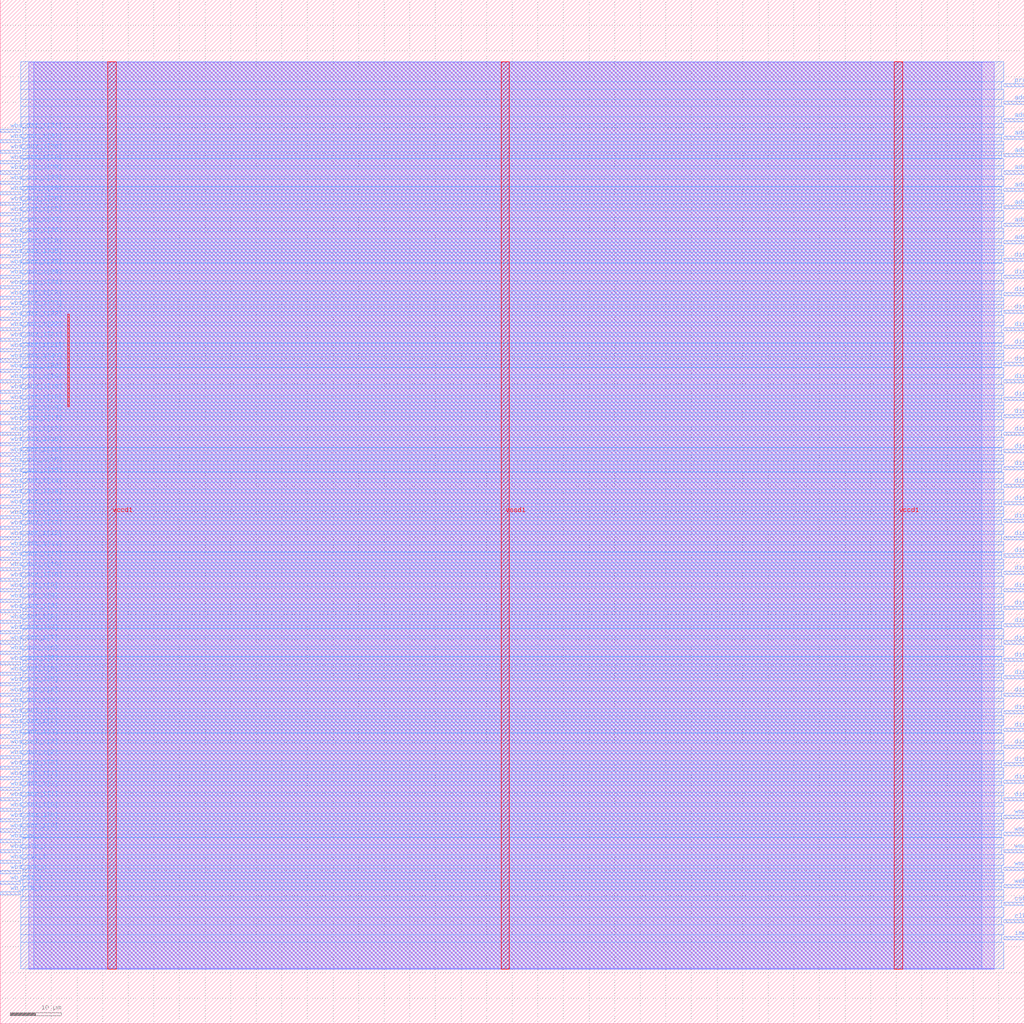
<source format=lef>
VERSION 5.7 ;
  NOWIREEXTENSIONATPIN ON ;
  DIVIDERCHAR "/" ;
  BUSBITCHARS "[]" ;
MACRO wb_interface
  CLASS BLOCK ;
  FOREIGN wb_interface ;
  ORIGIN 0.000 0.000 ;
  SIZE 200.000 BY 200.000 ;
  PIN addr0[0]
    DIRECTION OUTPUT TRISTATE ;
    USE SIGNAL ;
    PORT
      LAYER met3 ;
        RECT 196.000 152.360 200.000 152.960 ;
    END
  END addr0[0]
  PIN addr0[1]
    DIRECTION OUTPUT TRISTATE ;
    USE SIGNAL ;
    PORT
      LAYER met3 ;
        RECT 196.000 155.760 200.000 156.360 ;
    END
  END addr0[1]
  PIN addr0[2]
    DIRECTION OUTPUT TRISTATE ;
    USE SIGNAL ;
    PORT
      LAYER met3 ;
        RECT 196.000 159.160 200.000 159.760 ;
    END
  END addr0[2]
  PIN addr0[3]
    DIRECTION OUTPUT TRISTATE ;
    USE SIGNAL ;
    PORT
      LAYER met3 ;
        RECT 196.000 162.560 200.000 163.160 ;
    END
  END addr0[3]
  PIN addr0[4]
    DIRECTION OUTPUT TRISTATE ;
    USE SIGNAL ;
    PORT
      LAYER met3 ;
        RECT 196.000 165.960 200.000 166.560 ;
    END
  END addr0[4]
  PIN addr0[5]
    DIRECTION OUTPUT TRISTATE ;
    USE SIGNAL ;
    PORT
      LAYER met3 ;
        RECT 196.000 169.360 200.000 169.960 ;
    END
  END addr0[5]
  PIN addr0[6]
    DIRECTION OUTPUT TRISTATE ;
    USE SIGNAL ;
    PORT
      LAYER met3 ;
        RECT 196.000 172.760 200.000 173.360 ;
    END
  END addr0[6]
  PIN addr0[7]
    DIRECTION OUTPUT TRISTATE ;
    USE SIGNAL ;
    PORT
      LAYER met3 ;
        RECT 196.000 176.160 200.000 176.760 ;
    END
  END addr0[7]
  PIN addr0[8]
    DIRECTION OUTPUT TRISTATE ;
    USE SIGNAL ;
    PORT
      LAYER met3 ;
        RECT 196.000 179.560 200.000 180.160 ;
    END
  END addr0[8]
  PIN clk0
    DIRECTION OUTPUT TRISTATE ;
    USE SIGNAL ;
    PORT
      LAYER met3 ;
        RECT 196.000 19.760 200.000 20.360 ;
    END
  END clk0
  PIN csb0
    DIRECTION OUTPUT TRISTATE ;
    USE SIGNAL ;
    PORT
      LAYER met3 ;
        RECT 196.000 23.160 200.000 23.760 ;
    END
  END csb0
  PIN din0[0]
    DIRECTION OUTPUT TRISTATE ;
    USE SIGNAL ;
    PORT
      LAYER met3 ;
        RECT 196.000 43.560 200.000 44.160 ;
    END
  END din0[0]
  PIN din0[10]
    DIRECTION OUTPUT TRISTATE ;
    USE SIGNAL ;
    PORT
      LAYER met3 ;
        RECT 196.000 77.560 200.000 78.160 ;
    END
  END din0[10]
  PIN din0[11]
    DIRECTION OUTPUT TRISTATE ;
    USE SIGNAL ;
    PORT
      LAYER met3 ;
        RECT 196.000 80.960 200.000 81.560 ;
    END
  END din0[11]
  PIN din0[12]
    DIRECTION OUTPUT TRISTATE ;
    USE SIGNAL ;
    PORT
      LAYER met3 ;
        RECT 196.000 84.360 200.000 84.960 ;
    END
  END din0[12]
  PIN din0[13]
    DIRECTION OUTPUT TRISTATE ;
    USE SIGNAL ;
    PORT
      LAYER met3 ;
        RECT 196.000 87.760 200.000 88.360 ;
    END
  END din0[13]
  PIN din0[14]
    DIRECTION OUTPUT TRISTATE ;
    USE SIGNAL ;
    PORT
      LAYER met3 ;
        RECT 196.000 91.160 200.000 91.760 ;
    END
  END din0[14]
  PIN din0[15]
    DIRECTION OUTPUT TRISTATE ;
    USE SIGNAL ;
    PORT
      LAYER met3 ;
        RECT 196.000 94.560 200.000 95.160 ;
    END
  END din0[15]
  PIN din0[16]
    DIRECTION OUTPUT TRISTATE ;
    USE SIGNAL ;
    PORT
      LAYER met3 ;
        RECT 196.000 97.960 200.000 98.560 ;
    END
  END din0[16]
  PIN din0[17]
    DIRECTION OUTPUT TRISTATE ;
    USE SIGNAL ;
    PORT
      LAYER met3 ;
        RECT 196.000 101.360 200.000 101.960 ;
    END
  END din0[17]
  PIN din0[18]
    DIRECTION OUTPUT TRISTATE ;
    USE SIGNAL ;
    PORT
      LAYER met3 ;
        RECT 196.000 104.760 200.000 105.360 ;
    END
  END din0[18]
  PIN din0[19]
    DIRECTION OUTPUT TRISTATE ;
    USE SIGNAL ;
    PORT
      LAYER met3 ;
        RECT 196.000 108.160 200.000 108.760 ;
    END
  END din0[19]
  PIN din0[1]
    DIRECTION OUTPUT TRISTATE ;
    USE SIGNAL ;
    PORT
      LAYER met3 ;
        RECT 196.000 46.960 200.000 47.560 ;
    END
  END din0[1]
  PIN din0[20]
    DIRECTION OUTPUT TRISTATE ;
    USE SIGNAL ;
    PORT
      LAYER met3 ;
        RECT 196.000 111.560 200.000 112.160 ;
    END
  END din0[20]
  PIN din0[21]
    DIRECTION OUTPUT TRISTATE ;
    USE SIGNAL ;
    PORT
      LAYER met3 ;
        RECT 196.000 114.960 200.000 115.560 ;
    END
  END din0[21]
  PIN din0[22]
    DIRECTION OUTPUT TRISTATE ;
    USE SIGNAL ;
    PORT
      LAYER met3 ;
        RECT 196.000 118.360 200.000 118.960 ;
    END
  END din0[22]
  PIN din0[23]
    DIRECTION OUTPUT TRISTATE ;
    USE SIGNAL ;
    PORT
      LAYER met3 ;
        RECT 196.000 121.760 200.000 122.360 ;
    END
  END din0[23]
  PIN din0[24]
    DIRECTION OUTPUT TRISTATE ;
    USE SIGNAL ;
    PORT
      LAYER met3 ;
        RECT 196.000 125.160 200.000 125.760 ;
    END
  END din0[24]
  PIN din0[25]
    DIRECTION OUTPUT TRISTATE ;
    USE SIGNAL ;
    PORT
      LAYER met3 ;
        RECT 196.000 128.560 200.000 129.160 ;
    END
  END din0[25]
  PIN din0[26]
    DIRECTION OUTPUT TRISTATE ;
    USE SIGNAL ;
    PORT
      LAYER met3 ;
        RECT 196.000 131.960 200.000 132.560 ;
    END
  END din0[26]
  PIN din0[27]
    DIRECTION OUTPUT TRISTATE ;
    USE SIGNAL ;
    PORT
      LAYER met3 ;
        RECT 196.000 135.360 200.000 135.960 ;
    END
  END din0[27]
  PIN din0[28]
    DIRECTION OUTPUT TRISTATE ;
    USE SIGNAL ;
    PORT
      LAYER met3 ;
        RECT 196.000 138.760 200.000 139.360 ;
    END
  END din0[28]
  PIN din0[29]
    DIRECTION OUTPUT TRISTATE ;
    USE SIGNAL ;
    PORT
      LAYER met3 ;
        RECT 196.000 142.160 200.000 142.760 ;
    END
  END din0[29]
  PIN din0[2]
    DIRECTION OUTPUT TRISTATE ;
    USE SIGNAL ;
    PORT
      LAYER met3 ;
        RECT 196.000 50.360 200.000 50.960 ;
    END
  END din0[2]
  PIN din0[30]
    DIRECTION OUTPUT TRISTATE ;
    USE SIGNAL ;
    PORT
      LAYER met3 ;
        RECT 196.000 145.560 200.000 146.160 ;
    END
  END din0[30]
  PIN din0[31]
    DIRECTION OUTPUT TRISTATE ;
    USE SIGNAL ;
    PORT
      LAYER met3 ;
        RECT 196.000 148.960 200.000 149.560 ;
    END
  END din0[31]
  PIN din0[3]
    DIRECTION OUTPUT TRISTATE ;
    USE SIGNAL ;
    PORT
      LAYER met3 ;
        RECT 196.000 53.760 200.000 54.360 ;
    END
  END din0[3]
  PIN din0[4]
    DIRECTION OUTPUT TRISTATE ;
    USE SIGNAL ;
    PORT
      LAYER met3 ;
        RECT 196.000 57.160 200.000 57.760 ;
    END
  END din0[4]
  PIN din0[5]
    DIRECTION OUTPUT TRISTATE ;
    USE SIGNAL ;
    PORT
      LAYER met3 ;
        RECT 196.000 60.560 200.000 61.160 ;
    END
  END din0[5]
  PIN din0[6]
    DIRECTION OUTPUT TRISTATE ;
    USE SIGNAL ;
    PORT
      LAYER met3 ;
        RECT 196.000 63.960 200.000 64.560 ;
    END
  END din0[6]
  PIN din0[7]
    DIRECTION OUTPUT TRISTATE ;
    USE SIGNAL ;
    PORT
      LAYER met3 ;
        RECT 196.000 67.360 200.000 67.960 ;
    END
  END din0[7]
  PIN din0[8]
    DIRECTION OUTPUT TRISTATE ;
    USE SIGNAL ;
    PORT
      LAYER met3 ;
        RECT 196.000 70.760 200.000 71.360 ;
    END
  END din0[8]
  PIN din0[9]
    DIRECTION OUTPUT TRISTATE ;
    USE SIGNAL ;
    PORT
      LAYER met3 ;
        RECT 196.000 74.160 200.000 74.760 ;
    END
  END din0[9]
  PIN imem_rd_cs1
    DIRECTION OUTPUT TRISTATE ;
    USE SIGNAL ;
    PORT
      LAYER met3 ;
        RECT 196.000 16.360 200.000 16.960 ;
    END
  END imem_rd_cs1
  PIN processor_reset
    DIRECTION OUTPUT TRISTATE ;
    USE SIGNAL ;
    PORT
      LAYER met3 ;
        RECT 196.000 182.960 200.000 183.560 ;
    END
  END processor_reset
  PIN vccd1
    DIRECTION INOUT ;
    USE POWER ;
    PORT
      LAYER met4 ;
        RECT 21.040 10.640 22.640 187.920 ;
    END
    PORT
      LAYER met4 ;
        RECT 174.640 10.640 176.240 187.920 ;
    END
  END vccd1
  PIN vssd1
    DIRECTION INOUT ;
    USE GROUND ;
    PORT
      LAYER met4 ;
        RECT 97.840 10.640 99.440 187.920 ;
    END
  END vssd1
  PIN wb_clk_i
    DIRECTION INPUT ;
    USE SIGNAL ;
    PORT
      LAYER met3 ;
        RECT 0.000 25.200 4.000 25.800 ;
    END
  END wb_clk_i
  PIN wb_rst_i
    DIRECTION INPUT ;
    USE SIGNAL ;
    PORT
      LAYER met3 ;
        RECT 0.000 27.240 4.000 27.840 ;
    END
  END wb_rst_i
  PIN wbs_ack_o
    DIRECTION OUTPUT TRISTATE ;
    USE SIGNAL ;
    PORT
      LAYER met3 ;
        RECT 0.000 29.280 4.000 29.880 ;
    END
  END wbs_ack_o
  PIN wbs_adr_i[0]
    DIRECTION INPUT ;
    USE SIGNAL ;
    PORT
      LAYER met3 ;
        RECT 0.000 37.440 4.000 38.040 ;
    END
  END wbs_adr_i[0]
  PIN wbs_adr_i[10]
    DIRECTION INPUT ;
    USE SIGNAL ;
    PORT
      LAYER met3 ;
        RECT 0.000 86.400 4.000 87.000 ;
    END
  END wbs_adr_i[10]
  PIN wbs_adr_i[11]
    DIRECTION INPUT ;
    USE SIGNAL ;
    PORT
      LAYER met3 ;
        RECT 0.000 90.480 4.000 91.080 ;
    END
  END wbs_adr_i[11]
  PIN wbs_adr_i[12]
    DIRECTION INPUT ;
    USE SIGNAL ;
    PORT
      LAYER met3 ;
        RECT 0.000 94.560 4.000 95.160 ;
    END
  END wbs_adr_i[12]
  PIN wbs_adr_i[13]
    DIRECTION INPUT ;
    USE SIGNAL ;
    PORT
      LAYER met3 ;
        RECT 0.000 98.640 4.000 99.240 ;
    END
  END wbs_adr_i[13]
  PIN wbs_adr_i[14]
    DIRECTION INPUT ;
    USE SIGNAL ;
    PORT
      LAYER met3 ;
        RECT 0.000 102.720 4.000 103.320 ;
    END
  END wbs_adr_i[14]
  PIN wbs_adr_i[15]
    DIRECTION INPUT ;
    USE SIGNAL ;
    PORT
      LAYER met3 ;
        RECT 0.000 106.800 4.000 107.400 ;
    END
  END wbs_adr_i[15]
  PIN wbs_adr_i[16]
    DIRECTION INPUT ;
    USE SIGNAL ;
    PORT
      LAYER met3 ;
        RECT 0.000 110.880 4.000 111.480 ;
    END
  END wbs_adr_i[16]
  PIN wbs_adr_i[17]
    DIRECTION INPUT ;
    USE SIGNAL ;
    PORT
      LAYER met3 ;
        RECT 0.000 114.960 4.000 115.560 ;
    END
  END wbs_adr_i[17]
  PIN wbs_adr_i[18]
    DIRECTION INPUT ;
    USE SIGNAL ;
    PORT
      LAYER met3 ;
        RECT 0.000 119.040 4.000 119.640 ;
    END
  END wbs_adr_i[18]
  PIN wbs_adr_i[19]
    DIRECTION INPUT ;
    USE SIGNAL ;
    PORT
      LAYER met3 ;
        RECT 0.000 123.120 4.000 123.720 ;
    END
  END wbs_adr_i[19]
  PIN wbs_adr_i[1]
    DIRECTION INPUT ;
    USE SIGNAL ;
    PORT
      LAYER met3 ;
        RECT 0.000 43.560 4.000 44.160 ;
    END
  END wbs_adr_i[1]
  PIN wbs_adr_i[20]
    DIRECTION INPUT ;
    USE SIGNAL ;
    PORT
      LAYER met3 ;
        RECT 0.000 127.200 4.000 127.800 ;
    END
  END wbs_adr_i[20]
  PIN wbs_adr_i[21]
    DIRECTION INPUT ;
    USE SIGNAL ;
    PORT
      LAYER met3 ;
        RECT 0.000 131.280 4.000 131.880 ;
    END
  END wbs_adr_i[21]
  PIN wbs_adr_i[22]
    DIRECTION INPUT ;
    USE SIGNAL ;
    PORT
      LAYER met3 ;
        RECT 0.000 135.360 4.000 135.960 ;
    END
  END wbs_adr_i[22]
  PIN wbs_adr_i[23]
    DIRECTION INPUT ;
    USE SIGNAL ;
    PORT
      LAYER met3 ;
        RECT 0.000 139.440 4.000 140.040 ;
    END
  END wbs_adr_i[23]
  PIN wbs_adr_i[24]
    DIRECTION INPUT ;
    USE SIGNAL ;
    PORT
      LAYER met3 ;
        RECT 0.000 143.520 4.000 144.120 ;
    END
  END wbs_adr_i[24]
  PIN wbs_adr_i[25]
    DIRECTION INPUT ;
    USE SIGNAL ;
    PORT
      LAYER met3 ;
        RECT 0.000 147.600 4.000 148.200 ;
    END
  END wbs_adr_i[25]
  PIN wbs_adr_i[26]
    DIRECTION INPUT ;
    USE SIGNAL ;
    PORT
      LAYER met3 ;
        RECT 0.000 151.680 4.000 152.280 ;
    END
  END wbs_adr_i[26]
  PIN wbs_adr_i[27]
    DIRECTION INPUT ;
    USE SIGNAL ;
    PORT
      LAYER met3 ;
        RECT 0.000 155.760 4.000 156.360 ;
    END
  END wbs_adr_i[27]
  PIN wbs_adr_i[28]
    DIRECTION INPUT ;
    USE SIGNAL ;
    PORT
      LAYER met3 ;
        RECT 0.000 159.840 4.000 160.440 ;
    END
  END wbs_adr_i[28]
  PIN wbs_adr_i[29]
    DIRECTION INPUT ;
    USE SIGNAL ;
    PORT
      LAYER met3 ;
        RECT 0.000 163.920 4.000 164.520 ;
    END
  END wbs_adr_i[29]
  PIN wbs_adr_i[2]
    DIRECTION INPUT ;
    USE SIGNAL ;
    PORT
      LAYER met3 ;
        RECT 0.000 49.680 4.000 50.280 ;
    END
  END wbs_adr_i[2]
  PIN wbs_adr_i[30]
    DIRECTION INPUT ;
    USE SIGNAL ;
    PORT
      LAYER met3 ;
        RECT 0.000 168.000 4.000 168.600 ;
    END
  END wbs_adr_i[30]
  PIN wbs_adr_i[31]
    DIRECTION INPUT ;
    USE SIGNAL ;
    PORT
      LAYER met3 ;
        RECT 0.000 172.080 4.000 172.680 ;
    END
  END wbs_adr_i[31]
  PIN wbs_adr_i[3]
    DIRECTION INPUT ;
    USE SIGNAL ;
    PORT
      LAYER met3 ;
        RECT 0.000 55.800 4.000 56.400 ;
    END
  END wbs_adr_i[3]
  PIN wbs_adr_i[4]
    DIRECTION INPUT ;
    USE SIGNAL ;
    PORT
      LAYER met3 ;
        RECT 0.000 61.920 4.000 62.520 ;
    END
  END wbs_adr_i[4]
  PIN wbs_adr_i[5]
    DIRECTION INPUT ;
    USE SIGNAL ;
    PORT
      LAYER met3 ;
        RECT 0.000 66.000 4.000 66.600 ;
    END
  END wbs_adr_i[5]
  PIN wbs_adr_i[6]
    DIRECTION INPUT ;
    USE SIGNAL ;
    PORT
      LAYER met3 ;
        RECT 0.000 70.080 4.000 70.680 ;
    END
  END wbs_adr_i[6]
  PIN wbs_adr_i[7]
    DIRECTION INPUT ;
    USE SIGNAL ;
    PORT
      LAYER met3 ;
        RECT 0.000 74.160 4.000 74.760 ;
    END
  END wbs_adr_i[7]
  PIN wbs_adr_i[8]
    DIRECTION INPUT ;
    USE SIGNAL ;
    PORT
      LAYER met3 ;
        RECT 0.000 78.240 4.000 78.840 ;
    END
  END wbs_adr_i[8]
  PIN wbs_adr_i[9]
    DIRECTION INPUT ;
    USE SIGNAL ;
    PORT
      LAYER met3 ;
        RECT 0.000 82.320 4.000 82.920 ;
    END
  END wbs_adr_i[9]
  PIN wbs_cyc_i
    DIRECTION INPUT ;
    USE SIGNAL ;
    PORT
      LAYER met3 ;
        RECT 0.000 31.320 4.000 31.920 ;
    END
  END wbs_cyc_i
  PIN wbs_dat_i[0]
    DIRECTION INPUT ;
    USE SIGNAL ;
    PORT
      LAYER met3 ;
        RECT 0.000 39.480 4.000 40.080 ;
    END
  END wbs_dat_i[0]
  PIN wbs_dat_i[10]
    DIRECTION INPUT ;
    USE SIGNAL ;
    PORT
      LAYER met3 ;
        RECT 0.000 88.440 4.000 89.040 ;
    END
  END wbs_dat_i[10]
  PIN wbs_dat_i[11]
    DIRECTION INPUT ;
    USE SIGNAL ;
    PORT
      LAYER met3 ;
        RECT 0.000 92.520 4.000 93.120 ;
    END
  END wbs_dat_i[11]
  PIN wbs_dat_i[12]
    DIRECTION INPUT ;
    USE SIGNAL ;
    PORT
      LAYER met3 ;
        RECT 0.000 96.600 4.000 97.200 ;
    END
  END wbs_dat_i[12]
  PIN wbs_dat_i[13]
    DIRECTION INPUT ;
    USE SIGNAL ;
    PORT
      LAYER met3 ;
        RECT 0.000 100.680 4.000 101.280 ;
    END
  END wbs_dat_i[13]
  PIN wbs_dat_i[14]
    DIRECTION INPUT ;
    USE SIGNAL ;
    PORT
      LAYER met3 ;
        RECT 0.000 104.760 4.000 105.360 ;
    END
  END wbs_dat_i[14]
  PIN wbs_dat_i[15]
    DIRECTION INPUT ;
    USE SIGNAL ;
    PORT
      LAYER met3 ;
        RECT 0.000 108.840 4.000 109.440 ;
    END
  END wbs_dat_i[15]
  PIN wbs_dat_i[16]
    DIRECTION INPUT ;
    USE SIGNAL ;
    PORT
      LAYER met3 ;
        RECT 0.000 112.920 4.000 113.520 ;
    END
  END wbs_dat_i[16]
  PIN wbs_dat_i[17]
    DIRECTION INPUT ;
    USE SIGNAL ;
    PORT
      LAYER met3 ;
        RECT 0.000 117.000 4.000 117.600 ;
    END
  END wbs_dat_i[17]
  PIN wbs_dat_i[18]
    DIRECTION INPUT ;
    USE SIGNAL ;
    PORT
      LAYER met3 ;
        RECT 0.000 121.080 4.000 121.680 ;
    END
  END wbs_dat_i[18]
  PIN wbs_dat_i[19]
    DIRECTION INPUT ;
    USE SIGNAL ;
    PORT
      LAYER met3 ;
        RECT 0.000 125.160 4.000 125.760 ;
    END
  END wbs_dat_i[19]
  PIN wbs_dat_i[1]
    DIRECTION INPUT ;
    USE SIGNAL ;
    PORT
      LAYER met3 ;
        RECT 0.000 45.600 4.000 46.200 ;
    END
  END wbs_dat_i[1]
  PIN wbs_dat_i[20]
    DIRECTION INPUT ;
    USE SIGNAL ;
    PORT
      LAYER met3 ;
        RECT 0.000 129.240 4.000 129.840 ;
    END
  END wbs_dat_i[20]
  PIN wbs_dat_i[21]
    DIRECTION INPUT ;
    USE SIGNAL ;
    PORT
      LAYER met3 ;
        RECT 0.000 133.320 4.000 133.920 ;
    END
  END wbs_dat_i[21]
  PIN wbs_dat_i[22]
    DIRECTION INPUT ;
    USE SIGNAL ;
    PORT
      LAYER met3 ;
        RECT 0.000 137.400 4.000 138.000 ;
    END
  END wbs_dat_i[22]
  PIN wbs_dat_i[23]
    DIRECTION INPUT ;
    USE SIGNAL ;
    PORT
      LAYER met3 ;
        RECT 0.000 141.480 4.000 142.080 ;
    END
  END wbs_dat_i[23]
  PIN wbs_dat_i[24]
    DIRECTION INPUT ;
    USE SIGNAL ;
    PORT
      LAYER met3 ;
        RECT 0.000 145.560 4.000 146.160 ;
    END
  END wbs_dat_i[24]
  PIN wbs_dat_i[25]
    DIRECTION INPUT ;
    USE SIGNAL ;
    PORT
      LAYER met3 ;
        RECT 0.000 149.640 4.000 150.240 ;
    END
  END wbs_dat_i[25]
  PIN wbs_dat_i[26]
    DIRECTION INPUT ;
    USE SIGNAL ;
    PORT
      LAYER met3 ;
        RECT 0.000 153.720 4.000 154.320 ;
    END
  END wbs_dat_i[26]
  PIN wbs_dat_i[27]
    DIRECTION INPUT ;
    USE SIGNAL ;
    PORT
      LAYER met3 ;
        RECT 0.000 157.800 4.000 158.400 ;
    END
  END wbs_dat_i[27]
  PIN wbs_dat_i[28]
    DIRECTION INPUT ;
    USE SIGNAL ;
    PORT
      LAYER met3 ;
        RECT 0.000 161.880 4.000 162.480 ;
    END
  END wbs_dat_i[28]
  PIN wbs_dat_i[29]
    DIRECTION INPUT ;
    USE SIGNAL ;
    PORT
      LAYER met3 ;
        RECT 0.000 165.960 4.000 166.560 ;
    END
  END wbs_dat_i[29]
  PIN wbs_dat_i[2]
    DIRECTION INPUT ;
    USE SIGNAL ;
    PORT
      LAYER met3 ;
        RECT 0.000 51.720 4.000 52.320 ;
    END
  END wbs_dat_i[2]
  PIN wbs_dat_i[30]
    DIRECTION INPUT ;
    USE SIGNAL ;
    PORT
      LAYER met3 ;
        RECT 0.000 170.040 4.000 170.640 ;
    END
  END wbs_dat_i[30]
  PIN wbs_dat_i[31]
    DIRECTION INPUT ;
    USE SIGNAL ;
    PORT
      LAYER met3 ;
        RECT 0.000 174.120 4.000 174.720 ;
    END
  END wbs_dat_i[31]
  PIN wbs_dat_i[3]
    DIRECTION INPUT ;
    USE SIGNAL ;
    PORT
      LAYER met3 ;
        RECT 0.000 57.840 4.000 58.440 ;
    END
  END wbs_dat_i[3]
  PIN wbs_dat_i[4]
    DIRECTION INPUT ;
    USE SIGNAL ;
    PORT
      LAYER met3 ;
        RECT 0.000 63.960 4.000 64.560 ;
    END
  END wbs_dat_i[4]
  PIN wbs_dat_i[5]
    DIRECTION INPUT ;
    USE SIGNAL ;
    PORT
      LAYER met3 ;
        RECT 0.000 68.040 4.000 68.640 ;
    END
  END wbs_dat_i[5]
  PIN wbs_dat_i[6]
    DIRECTION INPUT ;
    USE SIGNAL ;
    PORT
      LAYER met3 ;
        RECT 0.000 72.120 4.000 72.720 ;
    END
  END wbs_dat_i[6]
  PIN wbs_dat_i[7]
    DIRECTION INPUT ;
    USE SIGNAL ;
    PORT
      LAYER met3 ;
        RECT 0.000 76.200 4.000 76.800 ;
    END
  END wbs_dat_i[7]
  PIN wbs_dat_i[8]
    DIRECTION INPUT ;
    USE SIGNAL ;
    PORT
      LAYER met3 ;
        RECT 0.000 80.280 4.000 80.880 ;
    END
  END wbs_dat_i[8]
  PIN wbs_dat_i[9]
    DIRECTION INPUT ;
    USE SIGNAL ;
    PORT
      LAYER met3 ;
        RECT 0.000 84.360 4.000 84.960 ;
    END
  END wbs_dat_i[9]
  PIN wbs_sel_i[0]
    DIRECTION INPUT ;
    USE SIGNAL ;
    PORT
      LAYER met3 ;
        RECT 0.000 41.520 4.000 42.120 ;
    END
  END wbs_sel_i[0]
  PIN wbs_sel_i[1]
    DIRECTION INPUT ;
    USE SIGNAL ;
    PORT
      LAYER met3 ;
        RECT 0.000 47.640 4.000 48.240 ;
    END
  END wbs_sel_i[1]
  PIN wbs_sel_i[2]
    DIRECTION INPUT ;
    USE SIGNAL ;
    PORT
      LAYER met3 ;
        RECT 0.000 53.760 4.000 54.360 ;
    END
  END wbs_sel_i[2]
  PIN wbs_sel_i[3]
    DIRECTION INPUT ;
    USE SIGNAL ;
    PORT
      LAYER met3 ;
        RECT 0.000 59.880 4.000 60.480 ;
    END
  END wbs_sel_i[3]
  PIN wbs_stb_i
    DIRECTION INPUT ;
    USE SIGNAL ;
    PORT
      LAYER met3 ;
        RECT 0.000 33.360 4.000 33.960 ;
    END
  END wbs_stb_i
  PIN wbs_we_i
    DIRECTION INPUT ;
    USE SIGNAL ;
    PORT
      LAYER met3 ;
        RECT 0.000 35.400 4.000 36.000 ;
    END
  END wbs_we_i
  PIN web0
    DIRECTION OUTPUT TRISTATE ;
    USE SIGNAL ;
    PORT
      LAYER met3 ;
        RECT 196.000 26.560 200.000 27.160 ;
    END
  END web0
  PIN wmask0[0]
    DIRECTION OUTPUT TRISTATE ;
    USE SIGNAL ;
    PORT
      LAYER met3 ;
        RECT 196.000 29.960 200.000 30.560 ;
    END
  END wmask0[0]
  PIN wmask0[1]
    DIRECTION OUTPUT TRISTATE ;
    USE SIGNAL ;
    PORT
      LAYER met3 ;
        RECT 196.000 33.360 200.000 33.960 ;
    END
  END wmask0[1]
  PIN wmask0[2]
    DIRECTION OUTPUT TRISTATE ;
    USE SIGNAL ;
    PORT
      LAYER met3 ;
        RECT 196.000 36.760 200.000 37.360 ;
    END
  END wmask0[2]
  PIN wmask0[3]
    DIRECTION OUTPUT TRISTATE ;
    USE SIGNAL ;
    PORT
      LAYER met3 ;
        RECT 196.000 40.160 200.000 40.760 ;
    END
  END wmask0[3]
  OBS
      LAYER li1 ;
        RECT 5.520 10.795 194.120 187.765 ;
      LAYER met1 ;
        RECT 5.520 10.640 194.120 187.920 ;
      LAYER met2 ;
        RECT 6.530 10.695 191.720 187.865 ;
      LAYER met3 ;
        RECT 4.000 183.960 196.000 187.845 ;
        RECT 4.000 182.560 195.600 183.960 ;
        RECT 4.000 180.560 196.000 182.560 ;
        RECT 4.000 179.160 195.600 180.560 ;
        RECT 4.000 177.160 196.000 179.160 ;
        RECT 4.000 175.760 195.600 177.160 ;
        RECT 4.000 175.120 196.000 175.760 ;
        RECT 4.400 173.760 196.000 175.120 ;
        RECT 4.400 173.720 195.600 173.760 ;
        RECT 4.000 173.080 195.600 173.720 ;
        RECT 4.400 172.360 195.600 173.080 ;
        RECT 4.400 171.680 196.000 172.360 ;
        RECT 4.000 171.040 196.000 171.680 ;
        RECT 4.400 170.360 196.000 171.040 ;
        RECT 4.400 169.640 195.600 170.360 ;
        RECT 4.000 169.000 195.600 169.640 ;
        RECT 4.400 168.960 195.600 169.000 ;
        RECT 4.400 167.600 196.000 168.960 ;
        RECT 4.000 166.960 196.000 167.600 ;
        RECT 4.400 165.560 195.600 166.960 ;
        RECT 4.000 164.920 196.000 165.560 ;
        RECT 4.400 163.560 196.000 164.920 ;
        RECT 4.400 163.520 195.600 163.560 ;
        RECT 4.000 162.880 195.600 163.520 ;
        RECT 4.400 162.160 195.600 162.880 ;
        RECT 4.400 161.480 196.000 162.160 ;
        RECT 4.000 160.840 196.000 161.480 ;
        RECT 4.400 160.160 196.000 160.840 ;
        RECT 4.400 159.440 195.600 160.160 ;
        RECT 4.000 158.800 195.600 159.440 ;
        RECT 4.400 158.760 195.600 158.800 ;
        RECT 4.400 157.400 196.000 158.760 ;
        RECT 4.000 156.760 196.000 157.400 ;
        RECT 4.400 155.360 195.600 156.760 ;
        RECT 4.000 154.720 196.000 155.360 ;
        RECT 4.400 153.360 196.000 154.720 ;
        RECT 4.400 153.320 195.600 153.360 ;
        RECT 4.000 152.680 195.600 153.320 ;
        RECT 4.400 151.960 195.600 152.680 ;
        RECT 4.400 151.280 196.000 151.960 ;
        RECT 4.000 150.640 196.000 151.280 ;
        RECT 4.400 149.960 196.000 150.640 ;
        RECT 4.400 149.240 195.600 149.960 ;
        RECT 4.000 148.600 195.600 149.240 ;
        RECT 4.400 148.560 195.600 148.600 ;
        RECT 4.400 147.200 196.000 148.560 ;
        RECT 4.000 146.560 196.000 147.200 ;
        RECT 4.400 145.160 195.600 146.560 ;
        RECT 4.000 144.520 196.000 145.160 ;
        RECT 4.400 143.160 196.000 144.520 ;
        RECT 4.400 143.120 195.600 143.160 ;
        RECT 4.000 142.480 195.600 143.120 ;
        RECT 4.400 141.760 195.600 142.480 ;
        RECT 4.400 141.080 196.000 141.760 ;
        RECT 4.000 140.440 196.000 141.080 ;
        RECT 4.400 139.760 196.000 140.440 ;
        RECT 4.400 139.040 195.600 139.760 ;
        RECT 4.000 138.400 195.600 139.040 ;
        RECT 4.400 138.360 195.600 138.400 ;
        RECT 4.400 137.000 196.000 138.360 ;
        RECT 4.000 136.360 196.000 137.000 ;
        RECT 4.400 134.960 195.600 136.360 ;
        RECT 4.000 134.320 196.000 134.960 ;
        RECT 4.400 132.960 196.000 134.320 ;
        RECT 4.400 132.920 195.600 132.960 ;
        RECT 4.000 132.280 195.600 132.920 ;
        RECT 4.400 131.560 195.600 132.280 ;
        RECT 4.400 130.880 196.000 131.560 ;
        RECT 4.000 130.240 196.000 130.880 ;
        RECT 4.400 129.560 196.000 130.240 ;
        RECT 4.400 128.840 195.600 129.560 ;
        RECT 4.000 128.200 195.600 128.840 ;
        RECT 4.400 128.160 195.600 128.200 ;
        RECT 4.400 126.800 196.000 128.160 ;
        RECT 4.000 126.160 196.000 126.800 ;
        RECT 4.400 124.760 195.600 126.160 ;
        RECT 4.000 124.120 196.000 124.760 ;
        RECT 4.400 122.760 196.000 124.120 ;
        RECT 4.400 122.720 195.600 122.760 ;
        RECT 4.000 122.080 195.600 122.720 ;
        RECT 4.400 121.360 195.600 122.080 ;
        RECT 4.400 120.680 196.000 121.360 ;
        RECT 4.000 120.040 196.000 120.680 ;
        RECT 4.400 119.360 196.000 120.040 ;
        RECT 4.400 118.640 195.600 119.360 ;
        RECT 4.000 118.000 195.600 118.640 ;
        RECT 4.400 117.960 195.600 118.000 ;
        RECT 4.400 116.600 196.000 117.960 ;
        RECT 4.000 115.960 196.000 116.600 ;
        RECT 4.400 114.560 195.600 115.960 ;
        RECT 4.000 113.920 196.000 114.560 ;
        RECT 4.400 112.560 196.000 113.920 ;
        RECT 4.400 112.520 195.600 112.560 ;
        RECT 4.000 111.880 195.600 112.520 ;
        RECT 4.400 111.160 195.600 111.880 ;
        RECT 4.400 110.480 196.000 111.160 ;
        RECT 4.000 109.840 196.000 110.480 ;
        RECT 4.400 109.160 196.000 109.840 ;
        RECT 4.400 108.440 195.600 109.160 ;
        RECT 4.000 107.800 195.600 108.440 ;
        RECT 4.400 107.760 195.600 107.800 ;
        RECT 4.400 106.400 196.000 107.760 ;
        RECT 4.000 105.760 196.000 106.400 ;
        RECT 4.400 104.360 195.600 105.760 ;
        RECT 4.000 103.720 196.000 104.360 ;
        RECT 4.400 102.360 196.000 103.720 ;
        RECT 4.400 102.320 195.600 102.360 ;
        RECT 4.000 101.680 195.600 102.320 ;
        RECT 4.400 100.960 195.600 101.680 ;
        RECT 4.400 100.280 196.000 100.960 ;
        RECT 4.000 99.640 196.000 100.280 ;
        RECT 4.400 98.960 196.000 99.640 ;
        RECT 4.400 98.240 195.600 98.960 ;
        RECT 4.000 97.600 195.600 98.240 ;
        RECT 4.400 97.560 195.600 97.600 ;
        RECT 4.400 96.200 196.000 97.560 ;
        RECT 4.000 95.560 196.000 96.200 ;
        RECT 4.400 94.160 195.600 95.560 ;
        RECT 4.000 93.520 196.000 94.160 ;
        RECT 4.400 92.160 196.000 93.520 ;
        RECT 4.400 92.120 195.600 92.160 ;
        RECT 4.000 91.480 195.600 92.120 ;
        RECT 4.400 90.760 195.600 91.480 ;
        RECT 4.400 90.080 196.000 90.760 ;
        RECT 4.000 89.440 196.000 90.080 ;
        RECT 4.400 88.760 196.000 89.440 ;
        RECT 4.400 88.040 195.600 88.760 ;
        RECT 4.000 87.400 195.600 88.040 ;
        RECT 4.400 87.360 195.600 87.400 ;
        RECT 4.400 86.000 196.000 87.360 ;
        RECT 4.000 85.360 196.000 86.000 ;
        RECT 4.400 83.960 195.600 85.360 ;
        RECT 4.000 83.320 196.000 83.960 ;
        RECT 4.400 81.960 196.000 83.320 ;
        RECT 4.400 81.920 195.600 81.960 ;
        RECT 4.000 81.280 195.600 81.920 ;
        RECT 4.400 80.560 195.600 81.280 ;
        RECT 4.400 79.880 196.000 80.560 ;
        RECT 4.000 79.240 196.000 79.880 ;
        RECT 4.400 78.560 196.000 79.240 ;
        RECT 4.400 77.840 195.600 78.560 ;
        RECT 4.000 77.200 195.600 77.840 ;
        RECT 4.400 77.160 195.600 77.200 ;
        RECT 4.400 75.800 196.000 77.160 ;
        RECT 4.000 75.160 196.000 75.800 ;
        RECT 4.400 73.760 195.600 75.160 ;
        RECT 4.000 73.120 196.000 73.760 ;
        RECT 4.400 71.760 196.000 73.120 ;
        RECT 4.400 71.720 195.600 71.760 ;
        RECT 4.000 71.080 195.600 71.720 ;
        RECT 4.400 70.360 195.600 71.080 ;
        RECT 4.400 69.680 196.000 70.360 ;
        RECT 4.000 69.040 196.000 69.680 ;
        RECT 4.400 68.360 196.000 69.040 ;
        RECT 4.400 67.640 195.600 68.360 ;
        RECT 4.000 67.000 195.600 67.640 ;
        RECT 4.400 66.960 195.600 67.000 ;
        RECT 4.400 65.600 196.000 66.960 ;
        RECT 4.000 64.960 196.000 65.600 ;
        RECT 4.400 63.560 195.600 64.960 ;
        RECT 4.000 62.920 196.000 63.560 ;
        RECT 4.400 61.560 196.000 62.920 ;
        RECT 4.400 61.520 195.600 61.560 ;
        RECT 4.000 60.880 195.600 61.520 ;
        RECT 4.400 60.160 195.600 60.880 ;
        RECT 4.400 59.480 196.000 60.160 ;
        RECT 4.000 58.840 196.000 59.480 ;
        RECT 4.400 58.160 196.000 58.840 ;
        RECT 4.400 57.440 195.600 58.160 ;
        RECT 4.000 56.800 195.600 57.440 ;
        RECT 4.400 56.760 195.600 56.800 ;
        RECT 4.400 55.400 196.000 56.760 ;
        RECT 4.000 54.760 196.000 55.400 ;
        RECT 4.400 53.360 195.600 54.760 ;
        RECT 4.000 52.720 196.000 53.360 ;
        RECT 4.400 51.360 196.000 52.720 ;
        RECT 4.400 51.320 195.600 51.360 ;
        RECT 4.000 50.680 195.600 51.320 ;
        RECT 4.400 49.960 195.600 50.680 ;
        RECT 4.400 49.280 196.000 49.960 ;
        RECT 4.000 48.640 196.000 49.280 ;
        RECT 4.400 47.960 196.000 48.640 ;
        RECT 4.400 47.240 195.600 47.960 ;
        RECT 4.000 46.600 195.600 47.240 ;
        RECT 4.400 46.560 195.600 46.600 ;
        RECT 4.400 45.200 196.000 46.560 ;
        RECT 4.000 44.560 196.000 45.200 ;
        RECT 4.400 43.160 195.600 44.560 ;
        RECT 4.000 42.520 196.000 43.160 ;
        RECT 4.400 41.160 196.000 42.520 ;
        RECT 4.400 41.120 195.600 41.160 ;
        RECT 4.000 40.480 195.600 41.120 ;
        RECT 4.400 39.760 195.600 40.480 ;
        RECT 4.400 39.080 196.000 39.760 ;
        RECT 4.000 38.440 196.000 39.080 ;
        RECT 4.400 37.760 196.000 38.440 ;
        RECT 4.400 37.040 195.600 37.760 ;
        RECT 4.000 36.400 195.600 37.040 ;
        RECT 4.400 36.360 195.600 36.400 ;
        RECT 4.400 35.000 196.000 36.360 ;
        RECT 4.000 34.360 196.000 35.000 ;
        RECT 4.400 32.960 195.600 34.360 ;
        RECT 4.000 32.320 196.000 32.960 ;
        RECT 4.400 30.960 196.000 32.320 ;
        RECT 4.400 30.920 195.600 30.960 ;
        RECT 4.000 30.280 195.600 30.920 ;
        RECT 4.400 29.560 195.600 30.280 ;
        RECT 4.400 28.880 196.000 29.560 ;
        RECT 4.000 28.240 196.000 28.880 ;
        RECT 4.400 27.560 196.000 28.240 ;
        RECT 4.400 26.840 195.600 27.560 ;
        RECT 4.000 26.200 195.600 26.840 ;
        RECT 4.400 26.160 195.600 26.200 ;
        RECT 4.400 24.800 196.000 26.160 ;
        RECT 4.000 24.160 196.000 24.800 ;
        RECT 4.000 22.760 195.600 24.160 ;
        RECT 4.000 20.760 196.000 22.760 ;
        RECT 4.000 19.360 195.600 20.760 ;
        RECT 4.000 17.360 196.000 19.360 ;
        RECT 4.000 15.960 195.600 17.360 ;
        RECT 4.000 10.715 196.000 15.960 ;
      LAYER met4 ;
        RECT 13.175 120.535 13.505 138.545 ;
  END
END wb_interface
END LIBRARY


</source>
